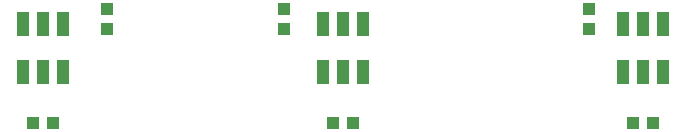
<source format=gbr>
G04 EAGLE Gerber RS-274X export*
G75*
%MOMM*%
%FSLAX34Y34*%
%LPD*%
%INSolderpaste Top*%
%IPPOS*%
%AMOC8*
5,1,8,0,0,1.08239X$1,22.5*%
G01*
%ADD10R,1.100000X2.000000*%
%ADD11R,1.100000X1.000000*%
%ADD12R,1.000000X1.100000*%


D10*
X652000Y210500D03*
X635000Y210500D03*
X618000Y210500D03*
X618000Y170500D03*
X635000Y170500D03*
X652000Y170500D03*
X398000Y210500D03*
X381000Y210500D03*
X364000Y210500D03*
X364000Y170500D03*
X381000Y170500D03*
X398000Y170500D03*
X144000Y210500D03*
X127000Y210500D03*
X110000Y210500D03*
X110000Y170500D03*
X127000Y170500D03*
X144000Y170500D03*
D11*
X643500Y127000D03*
X626500Y127000D03*
X389500Y127000D03*
X372500Y127000D03*
X135500Y127000D03*
X118500Y127000D03*
D12*
X181610Y223130D03*
X181610Y206130D03*
X331470Y223130D03*
X331470Y206130D03*
X589280Y223130D03*
X589280Y206130D03*
M02*

</source>
